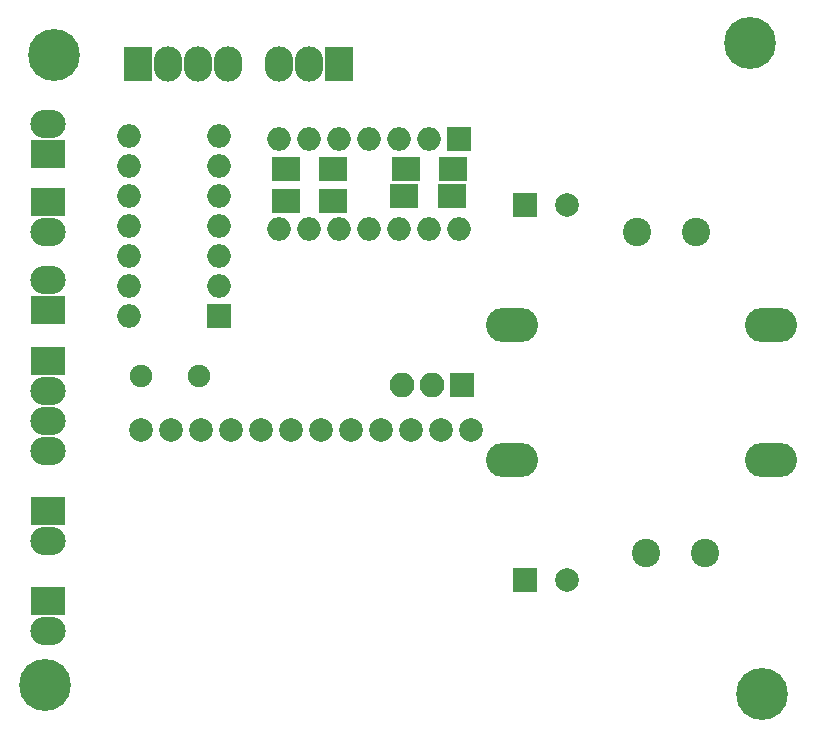
<source format=gbs>
G04 #@! TF.FileFunction,Soldermask,Bot*
%FSLAX46Y46*%
G04 Gerber Fmt 4.6, Leading zero omitted, Abs format (unit mm)*
G04 Created by KiCad (PCBNEW 4.0.2+dfsg1-stable) date ven. 05 janv. 2018 23:18:11 CET*
%MOMM*%
G01*
G04 APERTURE LIST*
%ADD10C,0.100000*%
%ADD11R,2.400000X2.000000*%
%ADD12R,2.000000X2.000000*%
%ADD13C,2.000000*%
%ADD14O,4.400000X2.900000*%
%ADD15C,2.400000*%
%ADD16C,4.400000*%
%ADD17R,2.400000X2.100000*%
%ADD18R,2.100000X2.100000*%
%ADD19O,2.100000X2.100000*%
%ADD20O,2.000000X2.000000*%
%ADD21R,3.000000X2.400000*%
%ADD22O,3.000000X2.400000*%
%ADD23C,1.900000*%
%ADD24R,2.400000X3.000000*%
%ADD25O,2.400000X3.000000*%
G04 APERTURE END LIST*
D10*
D11*
X118904000Y-85852000D03*
X122904000Y-85852000D03*
D12*
X139192000Y-88900000D03*
D13*
X142692000Y-88900000D03*
D14*
X138020000Y-99060000D03*
X160020000Y-99060000D03*
D15*
X153630000Y-91186000D03*
X148630000Y-91186000D03*
D16*
X158242000Y-75184000D03*
D17*
X128937000Y-88138000D03*
X132937000Y-88138000D03*
D18*
X133858000Y-104140000D03*
D19*
X131318000Y-104140000D03*
X128778000Y-104140000D03*
D11*
X133064000Y-85852000D03*
X129064000Y-85852000D03*
D12*
X133604000Y-83312000D03*
D20*
X118364000Y-90932000D03*
X131064000Y-83312000D03*
X120904000Y-90932000D03*
X128524000Y-83312000D03*
X123444000Y-90932000D03*
X125984000Y-83312000D03*
X125984000Y-90932000D03*
X123444000Y-83312000D03*
X128524000Y-90932000D03*
X120904000Y-83312000D03*
X131064000Y-90932000D03*
X118364000Y-83312000D03*
X133604000Y-90932000D03*
D21*
X98806000Y-122428000D03*
D22*
X98806000Y-124968000D03*
D16*
X98552000Y-129540000D03*
D21*
X98806000Y-114808000D03*
D22*
X98806000Y-117348000D03*
D21*
X98806000Y-102108000D03*
D22*
X98806000Y-104648000D03*
X98806000Y-107188000D03*
X98806000Y-109728000D03*
D23*
X106680000Y-103378000D03*
X111580000Y-103378000D03*
D13*
X134620000Y-107950000D03*
X132080000Y-107950000D03*
X129540000Y-107950000D03*
X127000000Y-107950000D03*
X124460000Y-107950000D03*
X121920000Y-107950000D03*
X119380000Y-107950000D03*
X116840000Y-107950000D03*
X114300000Y-107950000D03*
X111760000Y-107950000D03*
X109220000Y-107950000D03*
X106680000Y-107950000D03*
D24*
X106426000Y-76962000D03*
D25*
X108966000Y-76962000D03*
X111506000Y-76962000D03*
X114046000Y-76962000D03*
D24*
X123444000Y-76962000D03*
D25*
X120904000Y-76962000D03*
X118364000Y-76962000D03*
D11*
X118904000Y-88519000D03*
X122904000Y-88519000D03*
D12*
X139192000Y-120650000D03*
D13*
X142692000Y-120650000D03*
D14*
X138020000Y-110490000D03*
X160020000Y-110490000D03*
D15*
X149392000Y-118364000D03*
X154392000Y-118364000D03*
D16*
X159258000Y-130302000D03*
X99314000Y-76200000D03*
D12*
X113284000Y-98298000D03*
D20*
X105664000Y-83058000D03*
X113284000Y-95758000D03*
X105664000Y-85598000D03*
X113284000Y-93218000D03*
X105664000Y-88138000D03*
X113284000Y-90678000D03*
X105664000Y-90678000D03*
X113284000Y-88138000D03*
X105664000Y-93218000D03*
X113284000Y-85598000D03*
X105664000Y-95758000D03*
X113284000Y-83058000D03*
X105664000Y-98298000D03*
D21*
X98806000Y-88646000D03*
D22*
X98806000Y-91186000D03*
D21*
X98806000Y-97790000D03*
D22*
X98806000Y-95250000D03*
D21*
X98806000Y-84582000D03*
D22*
X98806000Y-82042000D03*
M02*

</source>
